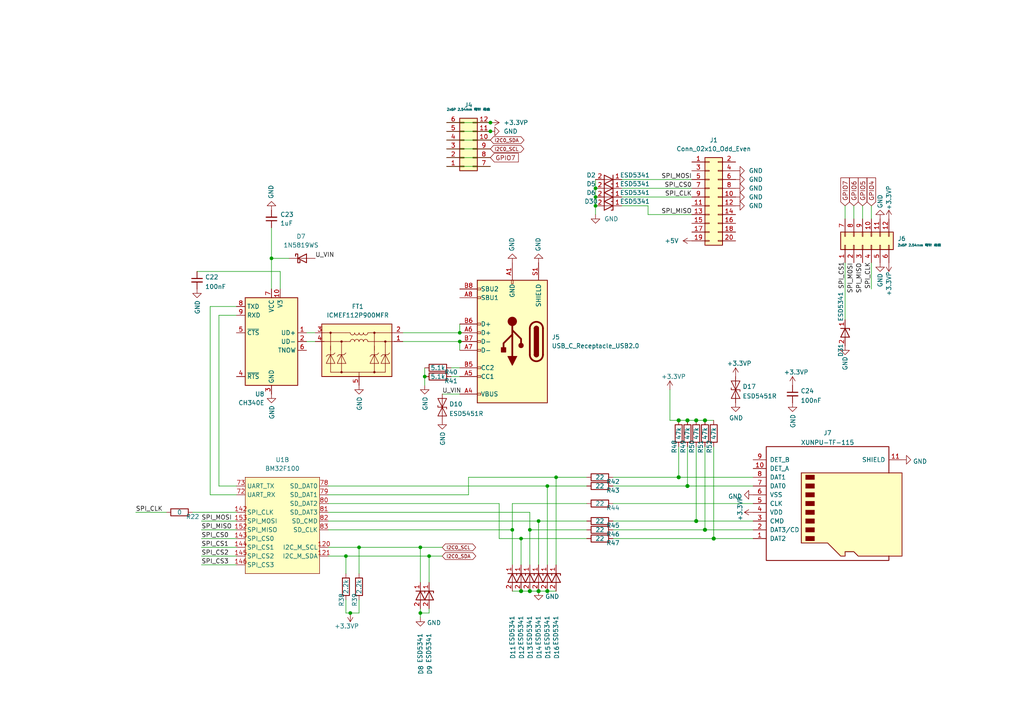
<source format=kicad_sch>
(kicad_sch (version 20211123) (generator eeschema)
  (paper "A4")
  (title_block (title "SDCard, SPI and USB-UART") (company "Drawn by t123yh") (comment 1 "Eval board for BM32F100"))
  (lib_symbols
    (symbol "Connector:Micro_SD_Card_Det" (pin_names (offset 1.016))
      (property "Reference" "J" (at -16.51 17.78 0))
      (property "Value" "Micro_SD_Card_Det" (at 16.51 17.78 0))
      (symbol "Micro_SD_Card_Det_1_1"
        (pin bidirectional line (at -22.86 10.16 0) (length 3.81) (name "DAT2") (number "1"))
        (pin passive line (at -22.86 -10.16 0) (length 3.81) (name "DET_A") (number "10"))
        (pin passive line (at 20.32 -12.7 180) (length 3.81) (name "SHIELD") (number "11"))
        (pin bidirectional line (at -22.86 7.62 0) (length 3.81) (name "DAT3/CD") (number "2"))
        (pin input line (at -22.86 5.08 0) (length 3.81) (name "CMD") (number "3"))
        (pin power_in line (at -22.86 2.54 0) (length 3.81) (name "VDD") (number "4"))
        (pin input line (at -22.86 0 0) (length 3.81) (name "CLK") (number "5"))
        (pin power_in line (at -22.86 -2.54 0) (length 3.81) (name "VSS") (number "6"))
        (pin bidirectional line (at -22.86 -5.08 0) (length 3.81) (name "DAT0") (number "7"))
        (pin bidirectional line (at -22.86 -7.62 0) (length 3.81) (name "DAT1") (number "8"))
        (pin passive line (at -22.86 -12.7 0) (length 3.81) (name "DET_B") (number "9"))
      )
    )
    (symbol "Connector:USB_C_Receptacle_USB2.0" (pin_names (offset 1.016))
      (property "Reference" "J" (at -10.16 19.05 0))
      (property "Value" "USB_C_Receptacle_USB2.0" (at 19.05 19.05 0))
      (symbol "USB_C_Receptacle_USB2.0_1_1"
        (pin passive line (at 0 -22.86 90) (length 5.08) (name "GND") (number "A1"))
        (pin passive line (at 0 -22.86 90) (length 5.08) hide (name "GND") (number "A12"))
        (pin passive line (at 15.24 15.24 180) (length 5.08) (name "VBUS") (number "A4"))
        (pin bidirectional line (at 15.24 10.16 180) (length 5.08) (name "CC1") (number "A5"))
        (pin bidirectional line (at 15.24 -2.54 180) (length 5.08) (name "D+") (number "A6"))
        (pin bidirectional line (at 15.24 2.54 180) (length 5.08) (name "D-") (number "A7"))
        (pin bidirectional line (at 15.24 -12.7 180) (length 5.08) (name "SBU1") (number "A8"))
        (pin passive line (at 15.24 15.24 180) (length 5.08) hide (name "VBUS") (number "A9"))
        (pin passive line (at 0 -22.86 90) (length 5.08) hide (name "GND") (number "B1"))
        (pin passive line (at 0 -22.86 90) (length 5.08) hide (name "GND") (number "B12"))
        (pin passive line (at 15.24 15.24 180) (length 5.08) hide (name "VBUS") (number "B4"))
        (pin bidirectional line (at 15.24 7.62 180) (length 5.08) (name "CC2") (number "B5"))
        (pin bidirectional line (at 15.24 -5.08 180) (length 5.08) (name "D+") (number "B6"))
        (pin bidirectional line (at 15.24 0 180) (length 5.08) (name "D-") (number "B7"))
        (pin bidirectional line (at 15.24 -15.24 180) (length 5.08) (name "SBU2") (number "B8"))
        (pin passive line (at 15.24 15.24 180) (length 5.08) hide (name "VBUS") (number "B9"))
        (pin passive line (at -7.62 -22.86 90) (length 5.08) (name "SHIELD") (number "S1"))
      )
    )
    (symbol "Connector_Generic:Conn_02x06_Top_Bottom" (pin_names (offset 1.016) hide)
      (property "Reference" "J" (at 1.27 7.62 0))
      (property "Value" "Conn_02x06_Top_Bottom" (at 1.27 -10.16 0))
      (symbol "Conn_02x06_Top_Bottom_1_1"
        (pin passive line (at -5.08 5.08 0) (length 3.81) (name "Pin_1") (number "1"))
        (pin passive line (at 7.62 -2.54 180) (length 3.81) (name "Pin_10") (number "10"))
        (pin passive line (at 7.62 -5.08 180) (length 3.81) (name "Pin_11") (number "11"))
        (pin passive line (at 7.62 -7.62 180) (length 3.81) (name "Pin_12") (number "12"))
        (pin passive line (at -5.08 2.54 0) (length 3.81) (name "Pin_2") (number "2"))
        (pin passive line (at -5.08 0 0) (length 3.81) (name "Pin_3") (number "3"))
        (pin passive line (at -5.08 -2.54 0) (length 3.81) (name "Pin_4") (number "4"))
        (pin passive line (at -5.08 -5.08 0) (length 3.81) (name "Pin_5") (number "5"))
        (pin passive line (at -5.08 -7.62 0) (length 3.81) (name "Pin_6") (number "6"))
        (pin passive line (at 7.62 5.08 180) (length 3.81) (name "Pin_7") (number "7"))
        (pin passive line (at 7.62 2.54 180) (length 3.81) (name "Pin_8") (number "8"))
        (pin passive line (at 7.62 0 180) (length 3.81) (name "Pin_9") (number "9"))
      )
    )
    (symbol "Connector_Generic:Conn_02x10_Odd_Even" (pin_names (offset 1.016) hide)
      (property "Reference" "J" (at 1.27 12.7 0))
      (property "Value" "Conn_02x10_Odd_Even" (at 1.27 -15.24 0))
      (symbol "Conn_02x10_Odd_Even_1_1"
        (pin passive line (at -5.08 10.16 0) (length 3.81) (name "Pin_1") (number "1"))
        (pin passive line (at 7.62 0 180) (length 3.81) (name "Pin_10") (number "10"))
        (pin passive line (at -5.08 -2.54 0) (length 3.81) (name "Pin_11") (number "11"))
        (pin passive line (at 7.62 -2.54 180) (length 3.81) (name "Pin_12") (number "12"))
        (pin passive line (at -5.08 -5.08 0) (length 3.81) (name "Pin_13") (number "13"))
        (pin passive line (at 7.62 -5.08 180) (length 3.81) (name "Pin_14") (number "14"))
        (pin passive line (at -5.08 -7.62 0) (length 3.81) (name "Pin_15") (number "15"))
        (pin passive line (at 7.62 -7.62 180) (length 3.81) (name "Pin_16") (number "16"))
        (pin passive line (at -5.08 -10.16 0) (length 3.81) (name "Pin_17") (number "17"))
        (pin passive line (at 7.62 -10.16 180) (length 3.81) (name "Pin_18") (number "18"))
        (pin passive line (at -5.08 -12.7 0) (length 3.81) (name "Pin_19") (number "19"))
        (pin passive line (at 7.62 10.16 180) (length 3.81) (name "Pin_2") (number "2"))
        (pin passive line (at 7.62 -12.7 180) (length 3.81) (name "Pin_20") (number "20"))
        (pin passive line (at -5.08 7.62 0) (length 3.81) (name "Pin_3") (number "3"))
        (pin passive line (at 7.62 7.62 180) (length 3.81) (name "Pin_4") (number "4"))
        (pin passive line (at -5.08 5.08 0) (length 3.81) (name "Pin_5") (number "5"))
        (pin passive line (at 7.62 5.08 180) (length 3.81) (name "Pin_6") (number "6"))
        (pin passive line (at -5.08 2.54 0) (length 3.81) (name "Pin_7") (number "7"))
        (pin passive line (at 7.62 2.54 180) (length 3.81) (name "Pin_8") (number "8"))
        (pin passive line (at -5.08 0 0) (length 3.81) (name "Pin_9") (number "9"))
      )
    )
    (symbol "Device:C_Small" (pin_numbers hide) (pin_names (offset 0.254) hide)
      (property "Reference" "C" (at 0.254 1.778 0))
      (property "Value" "C_Small" (at 0.254 -2.032 0))
      (symbol "C_Small_1_1"
        (pin passive line (at 0 2.54 270) (length 2.032) (name "~") (number "1"))
        (pin passive line (at 0 -2.54 90) (length 2.032) (name "~") (number "2"))
      )
    )
    (symbol "Device:R" (pin_numbers hide) (pin_names (offset 0))
      (property "Reference" "R" (at 2.032 0 90))
      (property "Value" "R" (at 0 0 90))
      (symbol "R_1_1"
        (pin passive line (at 0 3.81 270) (length 1.27) (name "~") (number "1"))
        (pin passive line (at 0 -3.81 90) (length 1.27) (name "~") (number "2"))
      )
    )
    (symbol "Diode:1N5819" (pin_numbers hide) (pin_names (offset 1.016) hide)
      (property "Reference" "D" (at 0 2.54 0))
      (property "Value" "1N5819" (at 0 -2.54 0))
      (symbol "1N5819_1_1"
        (pin passive line (at -3.81 0 0) (length 2.54) (name "K") (number "1"))
        (pin passive line (at 3.81 0 180) (length 2.54) (name "A") (number "2"))
      )
    )
    (symbol "Diode:ESD9B5.0ST5G" (pin_numbers hide) (pin_names (offset 1.016) hide)
      (property "Reference" "D" (at 0 2.54 0))
      (property "Value" "ESD9B5.0ST5G" (at 0 -2.54 0))
      (symbol "ESD9B5.0ST5G_1_1"
        (pin passive line (at -3.81 0 0) (length 2.54) (name "A1") (number "1"))
        (pin passive line (at 3.81 0 180) (length 2.54) (name "A2") (number "2"))
      )
    )
    (symbol "Interface_USB:CH340E"
      (property "Reference" "U" (at -5.08 13.97 0))
      (property "Value" "CH340E" (at 1.27 13.97 0))
      (symbol "CH340E_1_1"
        (pin bidirectional line (at -10.16 2.54 0) (length 2.54) (name "UD+") (number "1"))
        (pin passive line (at -2.54 15.24 270) (length 2.54) (name "V3") (number "10"))
        (pin bidirectional line (at -10.16 0 0) (length 2.54) (name "UD-") (number "2"))
        (pin power_in line (at 0 -15.24 90) (length 2.54) (name "GND") (number "3"))
        (pin output line (at 10.16 -10.16 180) (length 2.54) (name "~{RTS}") (number "4"))
        (pin input line (at 10.16 2.54 180) (length 2.54) (name "~{CTS}") (number "5"))
        (pin output line (at -10.16 -2.54 0) (length 2.54) (name "TNOW") (number "6"))
        (pin power_in line (at 0 15.24 270) (length 2.54) (name "VCC") (number "7"))
        (pin output line (at 10.16 10.16 180) (length 2.54) (name "TXD") (number "8"))
        (pin input line (at 10.16 7.62 180) (length 2.54) (name "RXD") (number "9"))
      )
    )
    (symbol "Proj:ESD5341"
      (property "Reference" "D" (at 0 5.08 0))
      (property "Value" "ESD5341" (at 0 2.54 0))
      (symbol "ESD5341_1_1"
        (pin passive line (at -3.81 -1.27 0) (length 2.54) (name "") (number "1"))
        (pin passive line (at 3.81 -1.27 180) (length 2.54) (name "") (number "2"))
      )
    )
    (symbol "alex:ICMEF112P900MFR" (pin_names (offset 0.0254) hide)
      (property "Reference" "FT" (at 0 8.89 0))
      (property "Value" "ICMEF112P900MFR" (at 0 10.795 0))
      (symbol "ICMEF112P900MFR_1_1"
        (pin passive line (at -12.7 2.54 0) (length 2.54) (name "In_1+") (number "1"))
        (pin passive line (at -12.7 5.08 0) (length 2.54) (name "In_1-") (number "2"))
        (pin passive line (at 12.7 5.08 180) (length 2.54) (name "Out_1-") (number "3"))
        (pin passive line (at 12.7 2.54 180) (length 2.54) (name "Out_1+") (number "4"))
        (pin power_in line (at 0 -10.16 90) (length 2.54) (name "GND") (number "5"))
        (pin passive line (at 0 -10.16 90) (length 2.54) hide (name "GND") (number "6"))
      )
    )
    (symbol "power:+3.3VP" (power) (pin_names (offset 0))
      (property "Value" "+3.3VP" (at 0 2.54 0))
      (symbol "+3.3VP_0_0"
        (pin power_in line (at 0 0 90) (length 0) hide (name "+3.3VP") (number "1"))
      )
    )
    (symbol "power:+5V" (power) (pin_names (offset 0))
      (property "Value" "+5V" (at 0 3.556 0))
      (symbol "+5V_1_1"
        (pin power_in line (at 0 0 90) (length 0) hide (name "+5V") (number "1"))
      )
    )
    (symbol "power:GND" (power) (pin_names (offset 0))
      (property "Value" "GND" (at 0 -3.81 0))
      (symbol "GND_1_1"
        (pin power_in line (at 0 0 270) (length 0) hide (name "GND") (number "1"))
      )
    )
    (symbol "t123yh_lib2:BM32F100"
      (property "Reference" "U" (at 0 7.62 0))
      (property "Value" "BM32F100" (at 0 5.08 0))
      (symbol "BM32F100_1_1"
        (pin input line (at -20.32 -53.34 0) (length 2.54) (name "sdram_DQ10") (number "10"))
        (pin input line (at -20.32 -55.88 0) (length 2.54) (name "sdram_DQ9") (number "11"))
        (pin input line (at -20.32 -58.42 0) (length 2.54) (name "sdram_DQ8") (number "12"))
        (pin input line (at -20.32 -81.28 0) (length 2.54) (name "sdram_DQM1") (number "13"))
        (pin input line (at -20.32 -83.82 0) (length 2.54) (name "sdram_DQM0") (number "168"))
        (pin input line (at -20.32 -78.74 0) (length 2.54) (name "sdram_DQ0") (number "169"))
        (pin input line (at -20.32 -76.2 0) (length 2.54) (name "sdram_DQ1") (number "170"))
        (pin input line (at -20.32 -73.66 0) (length 2.54) (name "sdram_DQ2") (number "171"))
        (pin input line (at -20.32 -71.12 0) (length 2.54) (name "sdram_DQ3") (number "172"))
        (pin input line (at -20.32 -68.58 0) (length 2.54) (name "sdram_DQ4") (number "173"))
        (pin input line (at -20.32 -66.04 0) (length 2.54) (name "sdram_DQ5") (number "174"))
        (pin input line (at -20.32 -63.5 0) (length 2.54) (name "sdram_DQ6") (number "175"))
        (pin input line (at -20.32 -60.96 0) (length 2.54) (name "sdram_DQ7") (number "176"))
        (pin input line (at -20.32 -24.13 0) (length 2.54) (name "sdram_WEn") (number "20"))
        (pin input line (at -20.32 -16.51 0) (length 2.54) (name "sdram_CLK") (number "21"))
        (pin input line (at -20.32 -29.21 0) (length 2.54) (name "sdram_RASn") (number "22"))
        (pin input line (at -20.32 -26.67 0) (length 2.54) (name "sdram_CASn") (number "23"))
        (pin input line (at -20.32 -13.97 0) (length 2.54) (name "sdram_CKE") (number "24"))
        (pin input line (at -20.32 -11.43 0) (length 2.54) (name "sdram_CSn") (number "25"))
        (pin input line (at 16.51 -2.54 180) (length 2.54) (name "sdram_ADDR12") (number "26"))
        (pin input line (at -20.32 -34.29 0) (length 2.54) (name "sdram_BA0") (number "27"))
        (pin input line (at 16.51 -5.08 180) (length 2.54) (name "sdram_ADDR11") (number "28"))
        (pin input line (at -20.32 -31.75 0) (length 2.54) (name "sdram_BA1") (number "29"))
        (pin input line (at 16.51 -10.16 180) (length 2.54) (name "sdram_ADDR9") (number "34"))
        (pin input line (at 16.51 -7.62 180) (length 2.54) (name "sdram_ADDR10") (number "35"))
        (pin input line (at 16.51 -12.7 180) (length 2.54) (name "sdram_ADDR8") (number "36"))
        (pin input line (at 16.51 -33.02 180) (length 2.54) (name "sdram_ADDR0") (number "37"))
        (pin input line (at 16.51 -15.24 180) (length 2.54) (name "sdram_ADDR7") (number "38"))
        (pin input line (at 16.51 -30.48 180) (length 2.54) (name "sdram_ADDR1") (number "39"))
        (pin input line (at 16.51 -17.78 180) (length 2.54) (name "sdram_ADDR6") (number "40"))
        (pin input line (at 16.51 -27.94 180) (length 2.54) (name "sdram_ADDR2") (number "41"))
        (pin input line (at 16.51 -20.32 180) (length 2.54) (name "sdram_ADDR5") (number "42"))
        (pin input line (at 16.51 -25.4 180) (length 2.54) (name "sdram_ADDR3") (number "43"))
        (pin input line (at 16.51 -22.86 180) (length 2.54) (name "sdram_ADDR4") (number "44"))
        (pin input line (at 16.51 -83.82 180) (length 2.54) (name "sdram_DQM2") (number "49"))
        (pin input line (at -20.32 -40.64 0) (length 2.54) (name "sdram_DQ15") (number "5"))
        (pin input line (at 16.51 -78.74 180) (length 2.54) (name "sdram_DQ16") (number "50"))
        (pin input line (at 16.51 -76.2 180) (length 2.54) (name "sdram_DQ17") (number "51"))
        (pin input line (at 16.51 -73.66 180) (length 2.54) (name "sdram_DQ18") (number "52"))
        (pin input line (at 16.51 -71.12 180) (length 2.54) (name "sdram_DQ19") (number "53"))
        (pin input line (at 16.51 -68.58 180) (length 2.54) (name "sdram_DQ20") (number "54"))
        (pin input line (at 16.51 -66.04 180) (length 2.54) (name "sdram_DQ21") (number "55"))
        (pin input line (at 16.51 -63.5 180) (length 2.54) (name "sdram_DQ22") (number "56"))
        (pin input line (at 16.51 -60.96 180) (length 2.54) (name "sdram_DQ23") (number "57"))
        (pin input line (at 16.51 -58.42 180) (length 2.54) (name "sdram_DQ24") (number "58"))
        (pin input line (at -20.32 -43.18 0) (length 2.54) (name "sdram_DQ14") (number "6"))
        (pin input line (at 16.51 -55.88 180) (length 2.54) (name "sdram_DQ25") (number "64"))
        (pin input line (at 16.51 -53.34 180) (length 2.54) (name "sdram_DQ26") (number "65"))
        (pin input line (at 16.51 -50.8 180) (length 2.54) (name "sdram_DQ27") (number "66"))
        (pin input line (at 16.51 -48.26 180) (length 2.54) (name "sdram_DQ28") (number "67"))
        (pin input line (at 16.51 -45.72 180) (length 2.54) (name "sdram_DQ29") (number "68"))
        (pin input line (at 16.51 -43.18 180) (length 2.54) (name "sdram_DQ30") (number "69"))
        (pin input line (at -20.32 -45.72 0) (length 2.54) (name "sdram_DQ13") (number "7"))
        (pin input line (at 16.51 -40.64 180) (length 2.54) (name "sdram_DQ31") (number "70"))
        (pin input line (at 16.51 -81.28 180) (length 2.54) (name "sdram_DQM3") (number "71"))
        (pin input line (at -20.32 -48.26 0) (length 2.54) (name "sdram_DQ12") (number "8"))
        (pin input line (at -20.32 -50.8 0) (length 2.54) (name "sdram_DQ11") (number "9"))
      )
      (symbol "BM32F100_2_1"
        (pin input line (at -13.97 -20.32 0) (length 2.54) (name "I2C_M_SCL") (number "120"))
        (pin input line (at -13.97 -22.86 0) (length 2.54) (name "I2C_M_SDA") (number "121"))
        (pin input line (at 12.7 -10.16 180) (length 2.54) (name "SPI_CLK") (number "142"))
        (pin input line (at 12.7 -17.78 180) (length 2.54) (name "SPI_CS0") (number "143"))
        (pin input line (at 12.7 -20.32 180) (length 2.54) (name "SPI_CS1") (number "144"))
        (pin input line (at 12.7 -22.86 180) (length 2.54) (name "SPI_CS2") (number "145"))
        (pin input line (at 12.7 -25.4 180) (length 2.54) (name "SPI_CS3") (number "146"))
        (pin input line (at 12.7 -15.24 180) (length 2.54) (name "SPI_MISO") (number "152"))
        (pin input line (at 12.7 -12.7 180) (length 2.54) (name "SPI_MOSI") (number "153"))
        (pin input line (at 12.7 -5.08 180) (length 2.54) (name "UART_RX") (number "72"))
        (pin input line (at 12.7 -2.54 180) (length 2.54) (name "UART_TX") (number "73"))
        (pin input line (at -13.97 -2.54 0) (length 2.54) (name "SD_DAT0") (number "78"))
        (pin input line (at -13.97 -5.08 0) (length 2.54) (name "SD_DAT1") (number "79"))
        (pin input line (at -13.97 -7.62 0) (length 2.54) (name "SD_DAT2") (number "80"))
        (pin input line (at -13.97 -10.16 0) (length 2.54) (name "SD_DAT3") (number "81"))
        (pin input line (at -13.97 -12.7 0) (length 2.54) (name "SD_CMD") (number "82"))
        (pin input line (at -13.97 -15.24 0) (length 2.54) (name "SD_CLK") (number "83"))
      )
      (symbol "BM32F100_3_1"
        (pin input line (at 6.35 -22.86 180) (length 2.54) (name "ULPI_DAT7") (number "84"))
        (pin input line (at 6.35 -20.32 180) (length 2.54) (name "ULPI_DAT6") (number "85"))
        (pin input line (at 6.35 -17.78 180) (length 2.54) (name "ULPI_DAT5") (number "86"))
        (pin input line (at 6.35 -15.24 180) (length 2.54) (name "ULPI_DAT4") (number "87"))
        (pin input line (at 6.35 -12.7 180) (length 2.54) (name "ULPI_DAT3") (number "88"))
        (pin input line (at 6.35 -10.16 180) (length 2.54) (name "ULPI_DAT2") (number "93"))
        (pin input line (at 6.35 -7.62 180) (length 2.54) (name "ULPI_DAT1") (number "94"))
        (pin input line (at 6.35 -5.08 180) (length 2.54) (name "ULPI_DAT0") (number "95"))
        (pin input line (at 6.35 -30.48 180) (length 2.54) (name "ULPI_nxt") (number "96"))
        (pin input line (at 6.35 -2.54 180) (length 2.54) (name "ULPI_clk") (number "97"))
        (pin input line (at 6.35 -25.4 180) (length 2.54) (name "ULPI_dir") (number "98"))
        (pin input line (at 6.35 -27.94 180) (length 2.54) (name "ULPI_stp") (number "99"))
      )
      (symbol "BM32F100_4_1"
        (pin input line (at 10.16 -5.08 180) (length 2.54) (name "RMII_TXD1") (number "154"))
        (pin input line (at 10.16 -2.54 180) (length 2.54) (name "RMII_TXD0") (number "155"))
        (pin input line (at 10.16 -7.62 180) (length 2.54) (name "RMII_TX_EN") (number "156"))
        (pin input line (at 10.16 -30.48 180) (length 2.54) (name "RMII_REF_CLK") (number "157"))
        (pin input line (at 10.16 -22.86 180) (length 2.54) (name "RMII_MDC") (number "158"))
        (pin input line (at 10.16 -20.32 180) (length 2.54) (name "RMII_MDIO") (number "159"))
        (pin input line (at 10.16 -15.24 180) (length 2.54) (name "RMII_RX_ERR") (number "160"))
        (pin input line (at 10.16 -17.78 180) (length 2.54) (name "RMII_CRS_RXDV") (number "161"))
        (pin input line (at 10.16 -10.16 180) (length 2.54) (name "RMII_RXD0") (number "166"))
        (pin input line (at 10.16 -12.7 180) (length 2.54) (name "RMII_RXD1") (number "167"))
      )
      (symbol "BM32F100_5_1"
        (pin input line (at -8.89 -2.54 0) (length 2.54) (name "CLK_25m") (number "137"))
        (pin input line (at -8.89 -17.78 0) (length 2.54) (name "SYS_RSTn") (number "138"))
        (pin input line (at -8.89 -15.24 0) (length 2.54) (name "CTRL_RSTn") (number "139"))
        (pin input line (at -8.89 -10.16 0) (length 2.54) (name "I2C_C_SDA") (number "140"))
        (pin input line (at -8.89 -7.62 0) (length 2.54) (name "I2C_C_SCL") (number "141"))
      )
      (symbol "BM32F100_6_1"
        (pin input line (at -8.89 -2.54 0) (length 2.54) (name "GPIO0") (number "103"))
        (pin input line (at -8.89 -5.08 0) (length 2.54) (name "GPIO1") (number "104"))
        (pin input line (at -8.89 -7.62 0) (length 2.54) (name "GPIO2") (number "105"))
        (pin input line (at -8.89 -10.16 0) (length 2.54) (name "GPIO3") (number "106"))
        (pin input line (at -8.89 -12.7 0) (length 2.54) (name "GPIO4") (number "111"))
        (pin input line (at -8.89 -15.24 0) (length 2.54) (name "GPIO5") (number "112"))
        (pin input line (at -8.89 -17.78 0) (length 2.54) (name "GPIO6") (number "113"))
        (pin input line (at -8.89 -20.32 0) (length 2.54) (name "GPIO7") (number "114"))
      )
      (symbol "BM32F100_7_1"
        (pin input line (at -6.35 -2.54 0) (length 2.54) (name "DBG_CLK") (number "115"))
        (pin input line (at -6.35 -5.08 0) (length 2.54) (name "DBG_dat0") (number "116"))
        (pin input line (at -6.35 -7.62 0) (length 2.54) (name "DBG_dat1") (number "117"))
        (pin input line (at -6.35 -10.16 0) (length 2.54) (name "DBG_dat2") (number "118"))
        (pin input line (at -6.35 -12.7 0) (length 2.54) (name "DBG_dat3") (number "119"))
        (pin input line (at -6.35 -17.78 0) (length 2.54) (name "CPU_GRST") (number "122"))
        (pin input line (at -6.35 -20.32 0) (length 2.54) (name "CPU_RSTn") (number "123"))
        (pin input line (at -6.35 -22.86 0) (length 2.54) (name "SoC_RSTn") (number "124"))
      )
      (symbol "BM32F100_8_1"
        (pin input line (at -12.7 -77.47 0) (length 2.54) (name "VSSIO") (number "1"))
        (pin input line (at 13.97 -16.51 180) (length 2.54) (name "VDD") (number "107"))
        (pin input line (at -12.7 -29.21 0) (length 2.54) (name "VSS") (number "108"))
        (pin input line (at 13.97 -62.23 180) (length 2.54) (name "VDDIO") (number "109"))
        (pin input line (at -12.7 -31.75 0) (length 2.54) (name "VSSIO") (number "110"))
        (pin input line (at 13.97 -19.05 180) (length 2.54) (name "VDD") (number "125"))
        (pin input line (at -12.7 -34.29 0) (length 2.54) (name "VSS") (number "126"))
        (pin input line (at 13.97 -64.77 180) (length 2.54) (name "VDDIO") (number "127"))
        (pin input line (at -12.7 -36.83 0) (length 2.54) (name "VSSIO") (number "128"))
        (pin input line (at -12.7 -39.37 0) (length 2.54) (name "AVSS") (number "129"))
        (pin input line (at 13.97 -41.91 180) (length 2.54) (name "AVDD") (number "130"))
        (pin input line (at -12.7 -41.91 0) (length 2.54) (name "AVSS") (number "131"))
        (pin input line (at 13.97 -44.45 180) (length 2.54) (name "AVDD") (number "132"))
        (pin input line (at 13.97 -8.89 180) (length 2.54) (name "VDD") (number "133"))
        (pin input line (at -12.7 -19.05 0) (length 2.54) (name "VSS") (number "134"))
        (pin input line (at 13.97 -54.61 180) (length 2.54) (name "VDDIO") (number "135"))
        (pin input line (at -12.7 -16.51 0) (length 2.54) (name "VSSIO") (number "136"))
        (pin input line (at -12.7 -72.39 0) (length 2.54) (name "VSSIO") (number "14"))
        (pin input line (at 13.97 -6.35 180) (length 2.54) (name "VDD") (number "147"))
        (pin input line (at -12.7 -13.97 0) (length 2.54) (name "VSS") (number "148"))
        (pin input line (at -12.7 -11.43 0) (length 2.54) (name "VSS") (number "149"))
        (pin input line (at 13.97 -77.47 180) (length 2.54) (name "VDDIO") (number "15"))
        (pin input line (at 13.97 -52.07 180) (length 2.54) (name "VDDIO") (number "150"))
        (pin input line (at -12.7 -8.89 0) (length 2.54) (name "VSSIO") (number "151"))
        (pin input line (at -12.7 -69.85 0) (length 2.54) (name "VSS") (number "16"))
        (pin input line (at 13.97 -3.81 180) (length 2.54) (name "VDD") (number "162"))
        (pin input line (at -12.7 -6.35 0) (length 2.54) (name "VSS") (number "163"))
        (pin input line (at 13.97 -49.53 180) (length 2.54) (name "VDDIO") (number "164"))
        (pin input line (at -12.7 -3.81 0) (length 2.54) (name "VSSIO") (number "165"))
        (pin input line (at -12.7 -67.31 0) (length 2.54) (name "VSS") (number "17"))
        (pin input line (at 13.97 -34.29 180) (length 2.54) (name "VDD") (number "18"))
        (pin input line (at 13.97 -31.75 180) (length 2.54) (name "VDD") (number "19"))
        (pin input line (at 13.97 -80.01 180) (length 2.54) (name "VDDIO") (number "2"))
        (pin input line (at -12.7 -74.93 0) (length 2.54) (name "VSS") (number "3"))
        (pin input line (at -12.7 -64.77 0) (length 2.54) (name "VSS") (number "30"))
        (pin input line (at 13.97 -29.21 180) (length 2.54) (name "VDD") (number "31"))
        (pin input line (at -12.7 -62.23 0) (length 2.54) (name "VSSIO") (number "32"))
        (pin input line (at 13.97 -74.93 180) (length 2.54) (name "VDDIO") (number "33"))
        (pin input line (at 13.97 -36.83 180) (length 2.54) (name "VDD") (number "4"))
        (pin input line (at -12.7 -59.69 0) (length 2.54) (name "VSSIO") (number "45"))
        (pin input line (at 13.97 -72.39 180) (length 2.54) (name "VDDIO") (number "46"))
        (pin input line (at -12.7 -57.15 0) (length 2.54) (name "VSS") (number "47"))
        (pin input line (at 13.97 -26.67 180) (length 2.54) (name "VDD") (number "48"))
        (pin input line (at -12.7 -54.61 0) (length 2.54) (name "VSSIO") (number "59"))
        (pin input line (at 13.97 -69.85 180) (length 2.54) (name "VDDIO") (number "60"))
        (pin input line (at -12.7 -52.07 0) (length 2.54) (name "VSS") (number "61"))
        (pin input line (at -12.7 -49.53 0) (length 2.54) (name "VSS") (number "62"))
        (pin input line (at 13.97 -24.13 180) (length 2.54) (name "VDD") (number "63"))
        (pin input line (at -12.7 -46.99 0) (length 2.54) (name "VSSIO") (number "74"))
        (pin input line (at 13.97 -67.31 180) (length 2.54) (name "VDDIO") (number "75"))
        (pin input line (at -12.7 -44.45 0) (length 2.54) (name "VSS") (number "76"))
        (pin input line (at 13.97 -21.59 180) (length 2.54) (name "VDD") (number "77"))
        (pin input line (at 13.97 -11.43 180) (length 2.54) (name "VDD") (number "89"))
        (pin input line (at -12.7 -21.59 0) (length 2.54) (name "VSS") (number "90"))
        (pin input line (at 13.97 -57.15 180) (length 2.54) (name "VDDIO") (number "91"))
        (pin input line (at -12.7 -24.13 0) (length 2.54) (name "VSSIO") (number "92"))
      )
      (symbol "BM32F100_9_1"
        (pin input line (at 6.35 -10.16 180) (length 2.54) (name "CDBUS_TX") (number "100"))
        (pin input line (at 6.35 -7.62 180) (length 2.54) (name "CDBUS_TX_EN") (number "101"))
        (pin input line (at 6.35 -2.54 180) (length 2.54) (name "CDBUS_RX") (number "102"))
      )
    )
  )
  (junction (at 153.67 153.67))
  (junction (at 133.35 99.06))
  (junction (at 196.85 121.92) (diameter 1.016))
  (junction (at 172.72 57.15))
  (junction (at 158.75 171.45) (diameter 1.016))
  (junction (at 142.24 35.56))
  (junction (at 201.93 121.92) (diameter 1.016))
  (junction (at 151.13 156.21))
  (junction (at 100.33 161.29))
  (junction (at 151.13 171.45) (diameter 1.016))
  (junction (at 207.01 156.21) (diameter 1.016))
  (junction (at 172.72 59.69))
  (junction (at 204.47 153.67) (diameter 1.016))
  (junction (at 124.46 161.29))
  (junction (at 158.75 140.97))
  (junction (at 121.92 177.8))
  (junction (at 121.92 158.75))
  (junction (at 133.35 96.52))
  (junction (at 199.39 121.92) (diameter 1.016))
  (junction (at 156.21 151.13))
  (junction (at 78.74 74.93))
  (junction (at 161.29 138.43))
  (junction (at 156.21 171.45) (diameter 1.016))
  (junction (at 142.24 38.1))
  (junction (at 104.14 158.75))
  (junction (at 153.67 171.45) (diameter 1.016))
  (junction (at 148.59 153.67))
  (junction (at 101.6 177.8))
  (junction (at 199.39 140.97) (diameter 1.016))
  (junction (at 204.47 121.92) (diameter 1.016))
  (junction (at 123.19 109.22))
  (junction (at 196.85 138.43) (diameter 1.016))
  (junction (at 172.72 54.61))
  (junction (at 201.93 151.13) (diameter 1.016))
  (wire (pts (xy 177.8 153.67) (xy 204.47 153.67)))
  (wire (pts (xy 58.42 158.75) (xy 68.58 158.75)))
  (wire (pts (xy 153.67 153.67) (xy 153.67 163.83)))
  (wire (pts (xy 81.28 78.74) (xy 81.28 83.82)))
  (wire (pts (xy 57.15 78.74) (xy 81.28 78.74)))
  (wire (pts (xy 180.34 52.07) (xy 200.66 52.07)))
  (wire (pts (xy 95.25 140.97) (xy 158.75 140.97)))
  (wire (pts (xy 252.73 76.2) (xy 252.73 83.82)))
  (wire (pts (xy 95.25 153.67) (xy 148.59 153.67)))
  (wire (pts (xy 204.47 121.92) (xy 207.01 121.92)))
  (wire (pts (xy 60.96 88.9) (xy 68.58 88.9)))
  (wire (pts (xy 60.96 143.51) (xy 68.58 143.51)))
  (wire (pts (xy 60.96 88.9) (xy 60.96 143.51)))
  (wire (pts (xy 58.42 153.67) (xy 68.58 153.67)))
  (wire (pts (xy 172.72 57.15) (xy 172.72 59.69)))
  (wire (pts (xy 142.24 48.26) (xy 129.54 48.26)))
  (wire (pts (xy 158.75 171.45) (xy 161.29 171.45)))
  (wire (pts (xy 151.13 156.21) (xy 151.13 163.83)))
  (wire (pts (xy 172.72 59.69) (xy 172.72 62.23)))
  (wire (pts (xy 95.25 148.59) (xy 153.67 148.59)))
  (wire (pts (xy 153.67 148.59) (xy 153.67 153.67)))
  (wire (pts (xy 252.73 59.69) (xy 252.73 63.5)))
  (wire (pts (xy 177.8 138.43) (xy 196.85 138.43)))
  (wire (pts (xy 201.93 151.13) (xy 218.44 151.13)))
  (wire (pts (xy 63.5 140.97) (xy 68.58 140.97)))
  (wire (pts (xy 104.14 166.37) (xy 104.14 158.75)))
  (wire (pts (xy 95.25 158.75) (xy 104.14 158.75)))
  (wire (pts (xy 153.67 171.45) (xy 156.21 171.45)))
  (wire (pts (xy 78.74 74.93) (xy 78.74 66.04)))
  (wire (pts (xy 156.21 151.13) (xy 170.18 151.13)))
  (wire (pts (xy 142.24 35.56) (xy 129.54 35.56)))
  (wire (pts (xy 156.21 151.13) (xy 156.21 163.83)))
  (wire (pts (xy 177.8 156.21) (xy 207.01 156.21)))
  (wire (pts (xy 161.29 138.43) (xy 161.29 163.83)))
  (wire (pts (xy 129.54 43.18) (xy 142.24 43.18)))
  (wire (pts (xy 207.01 156.21) (xy 218.44 156.21)))
  (wire (pts (xy 78.74 74.93) (xy 78.74 83.82)))
  (wire (pts (xy 83.82 74.93) (xy 78.74 74.93)))
  (wire (pts (xy 187.96 62.23) (xy 200.66 62.23)))
  (wire (pts (xy 194.31 113.03) (xy 194.31 121.92)))
  (wire (pts (xy 133.35 96.52) (xy 133.35 93.98)))
  (wire (pts (xy 158.75 140.97) (xy 158.75 163.83)))
  (wire (pts (xy 116.84 96.52) (xy 133.35 96.52)))
  (wire (pts (xy 161.29 138.43) (xy 170.18 138.43)))
  (wire (pts (xy 201.93 121.92) (xy 204.47 121.92)))
  (wire (pts (xy 172.72 54.61) (xy 172.72 57.15)))
  (wire (pts (xy 133.35 99.06) (xy 133.35 101.6)))
  (wire (pts (xy 199.39 121.92) (xy 201.93 121.92)))
  (wire (pts (xy 129.54 38.1) (xy 142.24 38.1)))
  (wire (pts (xy 250.19 59.69) (xy 250.19 63.5)))
  (wire (pts (xy 148.59 153.67) (xy 148.59 163.83)))
  (wire (pts (xy 148.59 146.05) (xy 148.59 153.67)))
  (wire (pts (xy 58.42 151.13) (xy 68.58 151.13)))
  (wire (pts (xy 196.85 138.43) (xy 218.44 138.43)))
  (wire (pts (xy 204.47 129.54) (xy 204.47 153.67)))
  (wire (pts (xy 158.75 140.97) (xy 170.18 140.97)))
  (wire (pts (xy 121.92 158.75) (xy 128.27 158.75)))
  (wire (pts (xy 104.14 158.75) (xy 121.92 158.75)))
  (wire (pts (xy 180.34 57.15) (xy 200.66 57.15)))
  (wire (pts (xy 156.21 171.45) (xy 158.75 171.45)))
  (wire (pts (xy 180.34 54.61) (xy 200.66 54.61)))
  (wire (pts (xy 95.25 143.51) (xy 135.89 143.51)))
  (wire (pts (xy 135.89 138.43) (xy 161.29 138.43)))
  (wire (pts (xy 135.89 138.43) (xy 135.89 143.51)))
  (wire (pts (xy 177.8 146.05) (xy 218.44 146.05)))
  (wire (pts (xy 196.85 121.92) (xy 199.39 121.92)))
  (wire (pts (xy 104.14 177.8) (xy 101.6 177.8)))
  (wire (pts (xy 104.14 173.99) (xy 104.14 177.8)))
  (wire (pts (xy 247.65 59.69) (xy 247.65 63.5)))
  (wire (pts (xy 245.11 59.69) (xy 245.11 63.5)))
  (wire (pts (xy 153.67 153.67) (xy 170.18 153.67)))
  (wire (pts (xy 201.93 129.54) (xy 201.93 151.13)))
  (wire (pts (xy 55.88 148.59) (xy 68.58 148.59)))
  (wire (pts (xy 177.8 151.13) (xy 201.93 151.13)))
  (wire (pts (xy 148.59 171.45) (xy 151.13 171.45)))
  (wire (pts (xy 128.27 114.3) (xy 133.35 114.3)))
  (wire (pts (xy 121.92 158.75) (xy 121.92 168.91)))
  (wire (pts (xy 124.46 177.8) (xy 121.92 177.8)))
  (wire (pts (xy 124.46 176.53) (xy 124.46 177.8)))
  (wire (pts (xy 100.33 173.99) (xy 100.33 177.8)))
  (wire (pts (xy 100.33 177.8) (xy 101.6 177.8)))
  (wire (pts (xy 129.54 40.64) (xy 142.24 40.64)))
  (wire (pts (xy 116.84 99.06) (xy 133.35 99.06)))
  (wire (pts (xy 199.39 140.97) (xy 218.44 140.97)))
  (wire (pts (xy 121.92 176.53) (xy 121.92 177.8)))
  (wire (pts (xy 121.92 177.8) (xy 121.92 179.07)))
  (wire (pts (xy 95.25 146.05) (xy 144.78 146.05)))
  (wire (pts (xy 144.78 156.21) (xy 151.13 156.21)))
  (wire (pts (xy 144.78 146.05) (xy 144.78 156.21)))
  (wire (pts (xy 88.9 99.06) (xy 91.44 99.06)))
  (wire (pts (xy 151.13 156.21) (xy 170.18 156.21)))
  (wire (pts (xy 123.19 109.22) (xy 123.19 111.76)))
  (wire (pts (xy 123.19 106.68) (xy 123.19 109.22)))
  (wire (pts (xy 124.46 161.29) (xy 128.27 161.29)))
  (wire (pts (xy 100.33 161.29) (xy 124.46 161.29)))
  (wire (pts (xy 58.42 163.83) (xy 68.58 163.83)))
  (wire (pts (xy 199.39 129.54) (xy 199.39 140.97)))
  (wire (pts (xy 151.13 171.45) (xy 153.67 171.45)))
  (wire (pts (xy 148.59 146.05) (xy 170.18 146.05)))
  (wire (pts (xy 204.47 153.67) (xy 218.44 153.67)))
  (wire (pts (xy 196.85 129.54) (xy 196.85 138.43)))
  (wire (pts (xy 172.72 52.07) (xy 172.72 54.61)))
  (wire (pts (xy 187.96 59.69) (xy 187.96 62.23)))
  (wire (pts (xy 95.25 151.13) (xy 156.21 151.13)))
  (wire (pts (xy 124.46 161.29) (xy 124.46 168.91)))
  (wire (pts (xy 63.5 91.44) (xy 63.5 140.97)))
  (wire (pts (xy 68.58 91.44) (xy 63.5 91.44)))
  (wire (pts (xy 207.01 129.54) (xy 207.01 156.21)))
  (wire (pts (xy 95.25 161.29) (xy 100.33 161.29)))
  (wire (pts (xy 100.33 161.29) (xy 100.33 166.37)))
  (wire (pts (xy 39.37 148.59) (xy 48.26 148.59)))
  (wire (pts (xy 245.11 76.2) (xy 245.11 92.71)))
  (wire (pts (xy 194.31 121.92) (xy 196.85 121.92)))
  (wire (pts (xy 58.42 161.29) (xy 68.58 161.29)))
  (wire (pts (xy 88.9 96.52) (xy 91.44 96.52)))
  (wire (pts (xy 180.34 59.69) (xy 187.96 59.69)))
  (wire (pts (xy 129.54 45.72) (xy 142.24 45.72)))
  (wire (pts (xy 130.81 109.22) (xy 133.35 109.22)))
  (wire (pts (xy 58.42 156.21) (xy 68.58 156.21)))
  (wire (pts (xy 130.81 106.68) (xy 133.35 106.68)))
  (wire (pts (xy 177.8 140.97) (xy 199.39 140.97)))
  (label "SPI_MOSI" (at 200.66 52.07 180))
  (label "SPI_CLK" (at 252.73 83.82 90))
  (label "SPI_CS1" (at 245.11 83.82 90))
  (label "SPI_CS0" (at 58.42 156.21 0))
  (label "SPI_CS3" (at 58.42 163.83 0))
  (label "U_VIN" (at 128.27 114.3 0))
  (label "SPI_CS2" (at 58.42 161.29 0))
  (label "SPI_MOSI" (at 247.65 76.2 270))
  (label "SPI_CLK" (at 39.37 148.59 0))
  (label "SPI_CS1" (at 58.42 158.75 0))
  (label "SPI_MISO" (at 250.19 76.2 270))
  (label "U_VIN" (at 91.44 74.93 0))
  (label "SPI_CLK" (at 200.66 57.15 180))
  (label "SPI_MISO" (at 200.66 62.23 180))
  (label "SPI_CS0" (at 200.66 54.61 180))
  (label "SPI_MISO" (at 58.42 153.67 0))
  (label "SPI_MOSI" (at 58.42 151.13 0))
  (global_label "I2C0_SDA" (shape bidirectional) (at 142.24 40.64 0) (effects (font (size 1 1))) (property "Intersheet References" "${INTERSHEET_REFS}" (effects hide)))
  (global_label "GPIO4" (shape input) (at 252.73 59.69 90) (property "插入图纸页参考" "${INTERSHEET_REFS}" (effects hide)))
  (global_label "I2C0_SCL" (shape bidirectional) (at 128.27 158.75 0) (effects (font (size 1 1))) (property "Intersheet References" "${INTERSHEET_REFS}" (effects hide)))
  (global_label "GPIO6" (shape input) (at 247.65 59.69 90) (property "插入图纸页参考" "${INTERSHEET_REFS}" (effects hide)))
  (global_label "GPIO7" (shape input) (at 142.24 45.72 0) (property "插入图纸页参考" "${INTERSHEET_REFS}" (effects hide)))
  (global_label "I2C0_SDA" (shape bidirectional) (at 128.27 161.29 0) (effects (font (size 1 1))) (property "Intersheet References" "${INTERSHEET_REFS}" (effects hide)))
  (global_label "GPIO5" (shape input) (at 250.19 59.69 90) (property "插入图纸页参考" "${INTERSHEET_REFS}" (effects hide)))
  (global_label "I2C0_SCL" (shape bidirectional) (at 142.24 43.18 0) (effects (font (size 1 1))) (property "Intersheet References" "${INTERSHEET_REFS}" (effects hide)))
  (global_label "GPIO7" (shape input) (at 245.11 59.69 90) (property "插入图纸页参考" "${INTERSHEET_REFS}" (effects hide)))
  (symbol (lib_id "Proj:ESD5341") (at 176.53 58.42 180) (unit 1)
    (property "Reference" "D6" (at 171.45 55.88 0))
    (property "Value" "ESD5341" (at 184.15 55.88 0))
    (property "Footprint" "lc:0402_R" (effects hide))
    (property "Datasheet" "https://atta.szlcsc.com//upload/public/pdf/source/20210810/2DDCDF1A44B03077ACF95A0CE0A02844.pdf" (effects hide))
  )
  (symbol (lib_id "power:GND") (at 78.74 114.3 0) (unit 1)
    (property "Reference" "#PWR051" (effects hide))
    (property "Value" "GND" (at 78.867 117.5512 90) (effects (justify right)))
  )
  (symbol (lib_id "Proj:ESD5341") (at 246.38 96.52 270) (unit 1)
    (property "Reference" "D31" (at 243.84 101.6 0))
    (property "Value" "ESD5341" (at 243.84 88.9 0))
    (property "Footprint" "lc:0402_R" (effects hide))
    (property "Datasheet" "https://atta.szlcsc.com//upload/public/pdf/source/20210810/2DDCDF1A44B03077ACF95A0CE0A02844.pdf" (effects hide))
  )
  (symbol (lib_id "power:GND") (at 261.62 133.35 90) (unit 1)
    (property "Reference" "#PWR071" (effects hide))
    (property "Value" "GND" (at 264.7951 133.829 90) (effects (justify right)))
  )
  (symbol (lib_id "Proj:ESD5341") (at 123.19 172.72 270) (unit 1)
    (property "Reference" "D8" (at 122.0766 194.31 0))
    (property "Value" "ESD5341" (at 121.8415 187.96 0))
    (property "Footprint" "lc:0402_R" (effects hide))
    (property "Datasheet" "https://atta.szlcsc.com//upload/public/pdf/source/20210810/2DDCDF1A44B03077ACF95A0CE0A02844.pdf" (effects hide))
  )
  (symbol (lib_id "Connector:USB_C_Receptacle_USB2.0") (at 148.59 99.06 180) (unit 1)
    (property "Reference" "J5" (at 160.02 97.7899 0) (effects (justify right)))
    (property "Value" "USB_C_Receptacle_USB2.0" (at 160.02 100.3299 0) (effects (justify right)))
    (property "Footprint" "Connector_USB:USB_C_Receptacle_HRO_TYPE-C-31-M-12" (effects hide))
    (property "Datasheet" "https://www.usb.org/sites/default/files/documents/usb_type-c.zip" (effects hide))
  )
  (symbol (lib_id "power:GND") (at 104.14 111.76 0) (unit 1)
    (property "Reference" "#PWR053" (effects hide))
    (property "Value" "GND" (at 104.267 115.0112 90) (effects (justify right)))
  )
  (symbol (lib_id "Device:R") (at 201.93 125.73 180) (unit 1)
    (property "Reference" "R50" (at 200.66 129.54 90))
    (property "Value" "47k" (at 201.93 125.73 90))
    (property "Footprint" "lc:0402_R" (effects hide))
  )
  (symbol (lib_id "Device:R") (at 196.85 125.73 180) (unit 1)
    (property "Reference" "R48" (at 195.58 129.54 90))
    (property "Value" "47k" (at 196.85 125.73 90))
    (property "Footprint" "lc:0402_R" (effects hide))
  )
  (symbol (lib_id "Connector_Generic:Conn_02x10_Odd_Even") (at 205.74 57.15 0) (unit 1)
    (property "Reference" "J1" (at 207.01 40.64 0))
    (property "Value" "Conn_02x10_Odd_Even" (at 207.01 43.18 0))
    (property "Footprint" "Connector_PinHeader_2.54mm:PinHeader_2x10_P2.54mm_Vertical" (effects hide))
  )
  (symbol (lib_id "power:GND") (at 213.36 52.07 90) (unit 1)
    (property "Reference" "#PWR072" (effects hide))
    (property "Value" "GND" (at 217.17 52.0699 90) (effects (justify right)))
  )
  (symbol (lib_id "Proj:ESD5341") (at 176.53 53.34 180) (unit 1)
    (property "Reference" "D2" (at 171.45 50.8 0))
    (property "Value" "ESD5341" (at 184.15 50.8 0))
    (property "Footprint" "lc:0402_R" (effects hide))
    (property "Datasheet" "https://atta.szlcsc.com//upload/public/pdf/source/20210810/2DDCDF1A44B03077ACF95A0CE0A02844.pdf" (effects hide))
  )
  (symbol (lib_id "power:GND") (at 128.27 121.92 0) (unit 1)
    (property "Reference" "#PWR057" (effects hide))
    (property "Value" "GND" (at 128.397 125.1712 90) (effects (justify right)))
  )
  (symbol (lib_id "power:GND") (at 218.44 143.51 270) (unit 1)
    (property "Reference" "#PWR064" (effects hide))
    (property "Value" "GND" (at 215.265 143.989 90) (effects (justify right)))
  )
  (symbol (lib_id "Device:R") (at 52.07 148.59 270) (unit 1)
    (property "Reference" "R22" (at 55.88 149.86 90))
    (property "Value" "0" (at 52.07 148.59 90))
    (property "Footprint" "lc:0402_R" (effects hide))
  )
  (symbol (lib_id "power:GND") (at 156.21 76.2 180) (unit 1)
    (property "Reference" "#PWR059" (effects hide))
    (property "Value" "GND" (at 156.083 72.9488 90) (effects (justify right)))
  )
  (symbol (lib_id "Diode:ESD9B5.0ST5G") (at 213.36 113.03 90) (unit 1)
    (property "Reference" "D17" (at 215.3667 112.1215 90) (effects (justify right)))
    (property "Value" "ESD5451R" (at 215.3667 114.8966 90) (effects (justify right)))
    (property "Footprint" "lc:0402_R" (effects hide))
    (property "Datasheet" "https://www.onsemi.com/pub/Collateral/ESD9B-D.PDF" (effects hide))
  )
  (symbol (lib_id "power:+3.3VP") (at 142.24 35.56 270) (unit 1)
    (property "Reference" "#PWR054" (effects hide))
    (property "Value" "+3.3VP" (at 146.05 35.5599 90) (effects (justify left)))
  )
  (symbol (lib_id "Proj:ESD5341") (at 152.4 167.64 270) (unit 1)
    (property "Reference" "D12" (at 151.2866 189.23 0))
    (property "Value" "ESD5341" (at 151.0515 182.88 0))
    (property "Footprint" "lc:0402_R" (effects hide))
    (property "Datasheet" "https://atta.szlcsc.com//upload/public/pdf/source/20210810/2DDCDF1A44B03077ACF95A0CE0A02844.pdf" (effects hide))
  )
  (symbol (lib_id "Connector_Generic:Conn_02x06_Top_Bottom") (at 134.62 43.18 0) (mirror x) (unit 1)
    (property "Reference" "J4" (at 135.89 30.48 0))
    (property "Value" "2x6P 2.54mm 弯针 母座" (at 135.89 31.75 0) (effects (font (size 0.7 0.7))))
    (property "Footprint" "alex's:PinSocket_2x06_P2.54mm_Horizontal_PMOD" (effects hide))
  )
  (symbol (lib_id "Interface_USB:CH340E") (at 78.74 99.06 0) (mirror y) (unit 1)
    (property "Reference" "U8" (at 76.7206 114.3 0) (effects (justify left)))
    (property "Value" "CH340E" (at 76.7206 116.84 0) (effects (justify left)))
    (property "Footprint" "Package_SO:MSOP-10_3x3mm_P0.5mm" (effects hide))
    (property "Datasheet" "https://www.mpja.com/download/35227cpdata.pdf" (effects hide))
  )
  (symbol (lib_id "power:GND") (at 123.19 111.76 0) (unit 1)
    (property "Reference" "#PWR056" (effects hide))
    (property "Value" "GND" (at 123.317 115.0112 90) (effects (justify right)))
  )
  (symbol (lib_id "Device:R") (at 173.99 138.43 270) (unit 1)
    (property "Reference" "R42" (at 177.8 139.7 90))
    (property "Value" "22" (at 173.99 138.43 90))
    (property "Footprint" "lc:0402_R" (effects hide))
  )
  (symbol (lib_id "Proj:ESD5341") (at 157.48 167.64 270) (unit 1)
    (property "Reference" "D14" (at 156.3666 189.23 0))
    (property "Value" "ESD5341" (at 156.1315 182.88 0))
    (property "Footprint" "lc:0402_R" (effects hide))
    (property "Datasheet" "https://atta.szlcsc.com//upload/public/pdf/source/20210810/2DDCDF1A44B03077ACF95A0CE0A02844.pdf" (effects hide))
  )
  (symbol (lib_id "Device:R") (at 173.99 140.97 270) (unit 1)
    (property "Reference" "R43" (at 177.8 142.24 90))
    (property "Value" "22" (at 173.99 140.97 90))
    (property "Footprint" "lc:0402_R" (effects hide))
  )
  (symbol (lib_id "Diode:ESD9B5.0ST5G") (at 128.27 118.11 90) (unit 1)
    (property "Reference" "D10" (at 130.2767 117.2015 90) (effects (justify right)))
    (property "Value" "ESD5451R" (at 130.2767 119.9766 90) (effects (justify right)))
    (property "Footprint" "lc:0402_R" (effects hide))
    (property "Datasheet" "https://www.onsemi.com/pub/Collateral/ESD9B-D.PDF" (effects hide))
  )
  (symbol (lib_id "Device:R") (at 104.14 170.18 180) (unit 1)
    (property "Reference" "R39" (at 102.87 173.99 90))
    (property "Value" "2.2k" (at 104.14 170.18 90))
    (property "Footprint" "lc:0402_R" (effects hide))
  )
  (symbol (lib_id "power:GND") (at 142.24 38.1 90) (unit 1)
    (property "Reference" "#PWR068" (effects hide))
    (property "Value" "GND" (at 146.05 38.0999 90) (effects (justify right)))
  )
  (symbol (lib_id "power:+3.3VP") (at 229.87 111.76 0) (unit 1)
    (property "Reference" "#PWR066" (effects hide))
    (property "Value" "+3.3VP" (at 227.33 107.95 0) (effects (justify left)))
  )
  (symbol (lib_id "power:GND") (at 148.59 76.2 180) (unit 1)
    (property "Reference" "#PWR058" (effects hide))
    (property "Value" "GND" (at 148.463 72.9488 90) (effects (justify right)))
  )
  (symbol (lib_id "Connector:Micro_SD_Card_Det") (at 241.3 146.05 0) (mirror x) (unit 1)
    (property "Reference" "J7" (at 240.03 125.5734 0))
    (property "Value" "XUNPU-TF-115" (at 240.03 128.3485 0))
    (property "Footprint" "lc:XUNPU-TF-115" (effects hide))
    (property "Datasheet" "https://www.hirose.com/product/en/download_file/key_name/DM3/category/Catalog/doc_file_id/49662/?file_category_id=4&item_id=195&is_series=1" (effects hide))
  )
  (symbol (lib_id "Device:C_Small") (at 57.15 81.28 0) (unit 1)
    (property "Reference" "C22" (at 59.4742 80.3715 0) (effects (justify left)))
    (property "Value" "100nF" (at 59.4742 83.1466 0) (effects (justify left)))
    (property "Footprint" "lc:0402_C" (effects hide))
  )
  (symbol (lib_id "power:GND") (at 156.21 171.45 0) (unit 1)
    (property "Reference" "#PWR060" (effects hide))
    (property "Value" "GND" (at 158.1151 173.0085 0) (effects (justify left)))
  )
  (symbol (lib_id "Device:R") (at 207.01 125.73 180) (unit 1)
    (property "Reference" "R52" (at 205.74 129.54 90))
    (property "Value" "47k" (at 207.01 125.73 90))
    (property "Footprint" "lc:0402_R" (effects hide))
  )
  (symbol (lib_id "Proj:ESD5341") (at 125.73 172.72 270) (unit 1)
    (property "Reference" "D9" (at 124.6166 194.31 0))
    (property "Value" "ESD5341" (at 124.3815 187.96 0))
    (property "Footprint" "lc:0402_R" (effects hide))
    (property "Datasheet" "https://atta.szlcsc.com//upload/public/pdf/source/20210810/2DDCDF1A44B03077ACF95A0CE0A02844.pdf" (effects hide))
  )
  (symbol (lib_id "power:GND") (at 78.74 60.96 180) (unit 1)
    (property "Reference" "#PWR050" (effects hide))
    (property "Value" "GND" (at 78.613 57.7088 90) (effects (justify right)))
  )
  (symbol (lib_id "power:GND") (at 245.11 100.33 0) (unit 1)
    (property "Reference" "#PWR0121" (effects hide))
    (property "Value" "GND" (at 245.11 105.41 90))
  )
  (symbol (lib_id "power:+5V") (at 200.66 69.85 90) (unit 1)
    (property "Reference" "#PWR069" (effects hide))
    (property "Value" "+5V" (at 196.85 69.8499 90) (effects (justify left)))
  )
  (symbol (lib_id "power:+3.3VP") (at 218.44 148.59 90) (unit 1)
    (property "Reference" "#PWR065" (effects hide))
    (property "Value" "+3.3VP" (at 214.63 151.13 0) (effects (justify left)))
  )
  (symbol (lib_id "Proj:ESD5341") (at 162.56 167.64 270) (unit 1)
    (property "Reference" "D16" (at 161.4466 189.23 0))
    (property "Value" "ESD5341" (at 161.2115 182.88 0))
    (property "Footprint" "lc:0402_R" (effects hide))
    (property "Datasheet" "https://atta.szlcsc.com//upload/public/pdf/source/20210810/2DDCDF1A44B03077ACF95A0CE0A02844.pdf" (effects hide))
  )
  (symbol (lib_id "Proj:ESD5341") (at 154.94 167.64 270) (unit 1)
    (property "Reference" "D13" (at 153.8266 189.23 0))
    (property "Value" "ESD5341" (at 153.5915 182.88 0))
    (property "Footprint" "lc:0402_R" (effects hide))
    (property "Datasheet" "https://atta.szlcsc.com//upload/public/pdf/source/20210810/2DDCDF1A44B03077ACF95A0CE0A02844.pdf" (effects hide))
  )
  (symbol (lib_id "power:GND") (at 172.72 62.23 0) (unit 1)
    (property "Reference" "#PWR0154" (effects hide))
    (property "Value" "GND" (at 175.26 63.4999 0) (effects (justify left)))
  )
  (symbol (lib_id "Device:R") (at 204.47 125.73 180) (unit 1)
    (property "Reference" "R51" (at 203.2 129.54 90))
    (property "Value" "47k" (at 204.47 125.73 90))
    (property "Footprint" "lc:0402_R" (effects hide))
  )
  (symbol (lib_id "Device:C_Small") (at 78.74 63.5 180) (unit 1)
    (property "Reference" "C23" (at 81.28 62.2235 0) (effects (justify right)))
    (property "Value" "1uF" (at 81.28 64.7635 0) (effects (justify right)))
    (property "Footprint" "lc:0402_C" (effects hide))
  )
  (symbol (lib_id "alex:ICMEF112P900MFR") (at 104.14 101.6 0) (mirror y) (unit 1)
    (property "Reference" "FT1" (at 103.759 88.9 0))
    (property "Value" "ICMEF112P900MFR" (at 103.759 91.44 0))
    (property "Footprint" "lc:ICMEF112P900MFR" (effects hide))
  )
  (symbol (lib_id "Proj:ESD5341") (at 176.53 60.96 180) (unit 1)
    (property "Reference" "D30" (at 171.45 58.42 0))
    (property "Value" "ESD5341" (at 184.15 58.42 0))
    (property "Footprint" "lc:0402_R" (effects hide))
    (property "Datasheet" "https://atta.szlcsc.com//upload/public/pdf/source/20210810/2DDCDF1A44B03077ACF95A0CE0A02844.pdf" (effects hide))
  )
  (symbol (lib_id "power:+3.3VP") (at 194.31 113.03 0) (unit 1)
    (property "Reference" "#PWR061" (effects hide))
    (property "Value" "+3.3VP" (at 191.77 109.22 0) (effects (justify left)))
  )
  (symbol (lib_id "power:GND") (at 229.87 116.84 0) (unit 1)
    (property "Reference" "#PWR067" (effects hide))
    (property "Value" "GND" (at 229.997 120.0912 90) (effects (justify right)))
  )
  (symbol (lib_id "Diode:1N5819") (at 87.63 74.93 0) (unit 1)
    (property "Reference" "D7" (at 87.3125 68.58 0))
    (property "Value" "1N5819WS" (at 87.3125 71.12 0))
    (property "Footprint" "lc:SOD-323" (effects hide))
    (property "Datasheet" "http://www.vishay.com/docs/88525/1n5817.pdf" (effects hide))
  )
  (symbol (lib_id "power:GND") (at 213.36 59.69 90) (unit 1)
    (property "Reference" "#PWR0152" (effects hide))
    (property "Value" "GND" (at 217.17 59.6899 90) (effects (justify right)))
  )
  (symbol (lib_id "Device:C_Small") (at 229.87 114.3 0) (unit 1)
    (property "Reference" "C24" (at 232.1942 113.3915 0) (effects (justify left)))
    (property "Value" "100nF" (at 232.1942 116.1666 0) (effects (justify left)))
    (property "Footprint" "lc:0402_C" (effects hide))
  )
  (symbol (lib_id "Device:R") (at 173.99 146.05 270) (unit 1)
    (property "Reference" "R44" (at 177.8 147.32 90))
    (property "Value" "22" (at 173.99 146.05 90))
    (property "Footprint" "lc:0402_R" (effects hide))
  )
  (symbol (lib_id "power:GND") (at 255.27 63.5 0) (mirror x) (unit 1)
    (property "Reference" "#PWR0139" (effects hide))
    (property "Value" "GND" (at 255.27 58.42 90))
  )
  (symbol (lib_id "power:+3.3VP") (at 257.81 63.5 0) (unit 1)
    (property "Reference" "#PWR0155" (effects hide))
    (property "Value" "+3.3VP" (at 257.81 60.96 90) (effects (justify left)))
  )
  (symbol (lib_id "power:GND") (at 213.36 49.53 90) (unit 1)
    (property "Reference" "#PWR070" (effects hide))
    (property "Value" "GND" (at 217.17 49.5299 90) (effects (justify right)))
  )
  (symbol (lib_id "Proj:ESD5341") (at 160.02 167.64 270) (unit 1)
    (property "Reference" "D15" (at 158.9066 189.23 0))
    (property "Value" "ESD5341" (at 158.6715 182.88 0))
    (property "Footprint" "lc:0402_R" (effects hide))
    (property "Datasheet" "https://atta.szlcsc.com//upload/public/pdf/source/20210810/2DDCDF1A44B03077ACF95A0CE0A02844.pdf" (effects hide))
  )
  (symbol (lib_id "power:GND") (at 213.36 116.84 0) (unit 1)
    (property "Reference" "#PWR063" (effects hide))
    (property "Value" "GND" (at 213.487 121.2342 0))
  )
  (symbol (lib_id "Device:R") (at 127 109.22 270) (unit 1)
    (property "Reference" "R41" (at 130.81 110.49 90))
    (property "Value" "5.1k" (at 127 109.22 90))
    (property "Footprint" "lc:0402_R" (effects hide))
  )
  (symbol (lib_id "power:+3.3VP") (at 257.81 76.2 180) (unit 1)
    (property "Reference" "#PWR0156" (effects hide))
    (property "Value" "+3.3VP" (at 257.81 78.74 90) (effects (justify left)))
  )
  (symbol (lib_id "Proj:ESD5341") (at 176.53 55.88 180) (unit 1)
    (property "Reference" "D5" (at 171.45 53.34 0))
    (property "Value" "ESD5341" (at 184.15 53.34 0))
    (property "Footprint" "lc:0402_R" (effects hide))
    (property "Datasheet" "https://atta.szlcsc.com//upload/public/pdf/source/20210810/2DDCDF1A44B03077ACF95A0CE0A02844.pdf" (effects hide))
  )
  (symbol (lib_id "power:GND") (at 213.36 54.61 90) (unit 1)
    (property "Reference" "#PWR073" (effects hide))
    (property "Value" "GND" (at 217.17 54.6099 90) (effects (justify right)))
  )
  (symbol (lib_id "power:+3.3VP") (at 101.6 177.8 180) (unit 1)
    (property "Reference" "#PWR052" (effects hide))
    (property "Value" "+3.3VP" (at 104.14 181.61 0) (effects (justify left)))
  )
  (symbol (lib_id "power:GND") (at 121.92 179.07 0) (unit 1)
    (property "Reference" "#PWR055" (effects hide))
    (property "Value" "GND" (at 123.8251 180.6285 0) (effects (justify left)))
  )
  (symbol (lib_id "Proj:ESD5341") (at 149.86 167.64 270) (unit 1)
    (property "Reference" "D11" (at 148.7466 189.23 0))
    (property "Value" "ESD5341" (at 148.5115 182.88 0))
    (property "Footprint" "lc:0402_R" (effects hide))
    (property "Datasheet" "https://atta.szlcsc.com//upload/public/pdf/source/20210810/2DDCDF1A44B03077ACF95A0CE0A02844.pdf" (effects hide))
  )
  (symbol (lib_id "Device:R") (at 173.99 156.21 270) (unit 1)
    (property "Reference" "R47" (at 177.8 157.48 90))
    (property "Value" "22" (at 173.99 156.21 90))
    (property "Footprint" "lc:0402_R" (effects hide))
  )
  (symbol (lib_id "power:+3.3VP") (at 213.36 109.22 0) (unit 1)
    (property "Reference" "#PWR062" (effects hide))
    (property "Value" "+3.3VP" (at 210.82 105.41 0) (effects (justify left)))
  )
  (symbol (lib_id "Connector_Generic:Conn_02x06_Top_Bottom") (at 250.19 71.12 90) (unit 1)
    (property "Reference" "J6" (at 260.35 69.2149 90) (effects (justify right)))
    (property "Value" "2x6P 2.54mm 弯针 母座" (at 260.35 71.12 90) (effects (font (size 0.7 0.7)) (justify right)))
    (property "Footprint" "alex's:PinSocket_2x06_P2.54mm_Vertical_PMOD" (effects hide))
  )
  (symbol (lib_id "Device:R") (at 100.33 170.18 180) (unit 1)
    (property "Reference" "R38" (at 99.06 173.99 90))
    (property "Value" "2.2k" (at 100.33 170.18 90))
    (property "Footprint" "lc:0402_R" (effects hide))
  )
  (symbol (lib_id "Device:R") (at 199.39 125.73 180) (unit 1)
    (property "Reference" "R49" (at 198.12 129.54 90))
    (property "Value" "47k" (at 199.39 125.73 90))
    (property "Footprint" "lc:0402_R" (effects hide))
  )
  (symbol (lib_id "Device:R") (at 173.99 151.13 270) (unit 1)
    (property "Reference" "R45" (at 177.8 152.4 90))
    (property "Value" "22" (at 173.99 151.13 90))
    (property "Footprint" "lc:0402_R" (effects hide))
  )
  (symbol (lib_id "power:GND") (at 57.15 83.82 0) (unit 1)
    (property "Reference" "#PWR049" (effects hide))
    (property "Value" "GND" (at 57.277 87.0712 90) (effects (justify right)))
  )
  (symbol (lib_id "t123yh_lib2:BM32F100") (at 81.28 138.43 0) (mirror y) (unit 2)
    (property "Reference" "U1" (at 81.915 133.35 0))
    (property "Value" "BM32F100" (at 81.915 135.89 0))
    (property "Footprint" "Package_QFP:VQFP-176_20x20mm_P0.4mm" (effects hide))
  )
  (symbol (lib_id "Device:R") (at 127 106.68 270) (unit 1)
    (property "Reference" "R40" (at 130.81 107.95 90))
    (property "Value" "5.1k" (at 127 106.68 90))
    (property "Footprint" "lc:0402_R" (effects hide))
  )
  (symbol (lib_id "power:GND") (at 255.27 76.2 0) (unit 1)
    (property "Reference" "#PWR0153" (effects hide))
    (property "Value" "GND" (at 255.27 81.28 90))
  )
  (symbol (lib_id "Device:R") (at 173.99 153.67 270) (unit 1)
    (property "Reference" "R46" (at 177.8 154.94 90))
    (property "Value" "22" (at 173.99 153.67 90))
    (property "Footprint" "lc:0402_R" (effects hide))
  )
  (symbol (lib_id "power:GND") (at 213.36 57.15 90) (unit 1)
    (property "Reference" "#PWR074" (effects hide))
    (property "Value" "GND" (at 217.17 57.1499 90) (effects (justify right)))
  )
)
</source>
